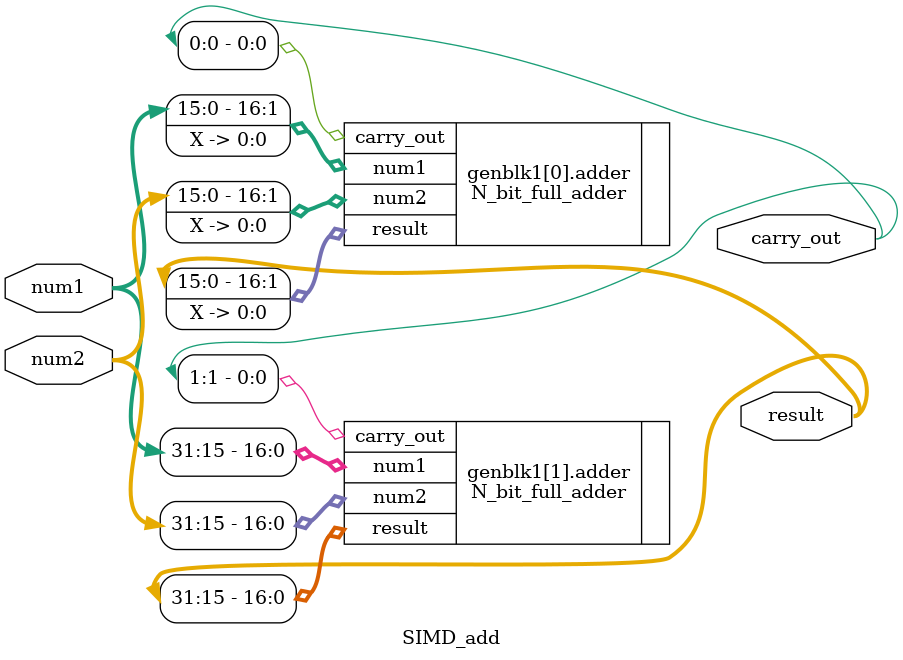
<source format=sv>
`timescale 1ns / 1ps

module SIMD_add #(
    parameter VEC_LEN = 32,
    parameter OPERAND_DIGIT = 16,
    parameter OPERAND_NUM = VEC_LEN / OPERAND_DIGIT
) (
    input [VEC_LEN-1:0] num1,
    input [VEC_LEN-1:0] num2,

    output reg [OPERAND_NUM-1:0] carry_out,
    output reg [VEC_LEN-1:0] result
);

  genvar i;
  generate
    for (i = 0; i < OPERAND_NUM; i = i + 1) begin
      N_bit_full_adder #(OPERAND_DIGIT) adder (
          .num1(num1[(i+1)*OPERAND_DIGIT-1:i*OPERAND_DIGIT-1]),
          .num2(num2[(i+1)*OPERAND_DIGIT-1:i*OPERAND_DIGIT-1]),
          .carry_out(carry_out[i]),
          .result(result[(i+1)*OPERAND_DIGIT-1:i*OPERAND_DIGIT-1])
      );
    end
  endgenerate

endmodule

</source>
